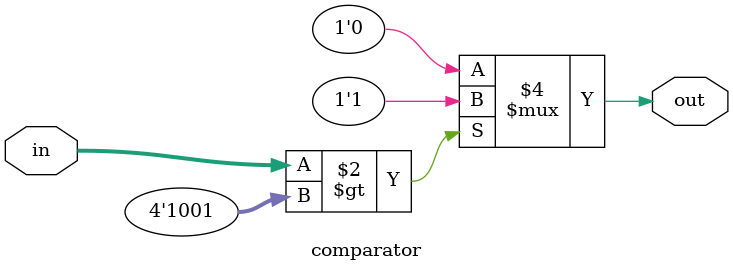
<source format=v>
module comparator(in,out);
	input[3:0] in;
	output out;
	reg out;
	
	always@(in)
	begin
		if(in > 4'b1001)
		begin out = 1'b1; end
		else
		begin out = 1'b0; end
	end
endmodule
</source>
